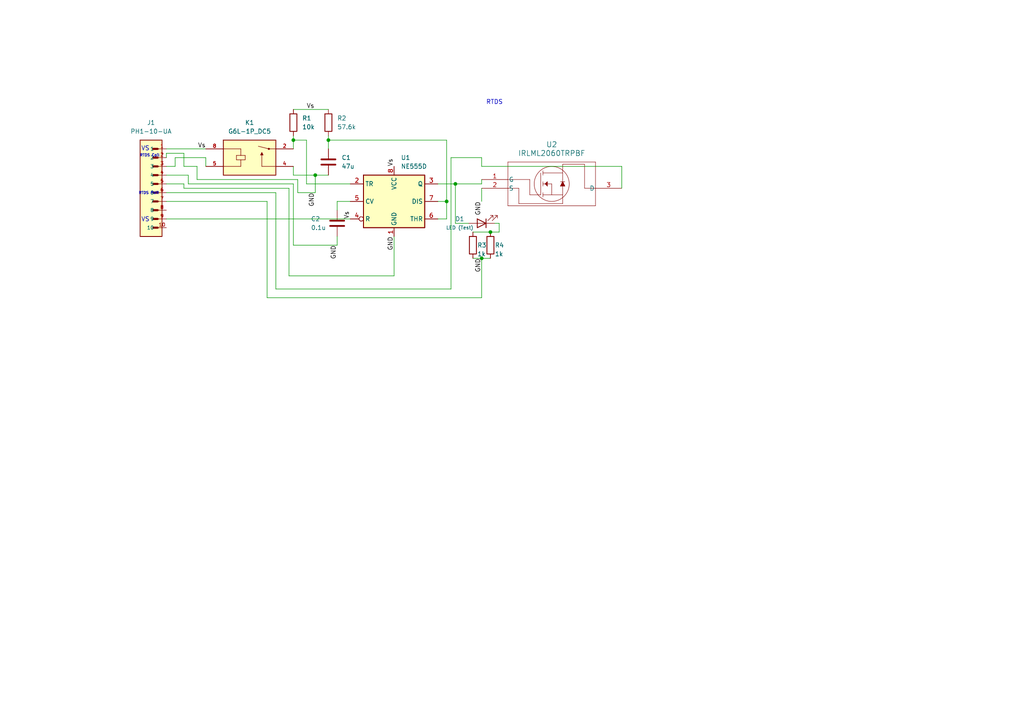
<source format=kicad_sch>
(kicad_sch (version 20231120) (generator "eeschema") (generator_version "8.0")
  (paper "A4")
  (lib_symbols
    (symbol "10 pin output:PH1-10-UA" (pin_names (offset 1.016))
      (property "Reference" "J" (at 0 28.448 0))
      (property "Value" "PH1-10-UA" (at 0 0 0))
      (symbol "PH1-10-UA_0_0"
        (polyline (pts (xy 3.81 2.54) (xy 5.08 2.54)) (stroke (width 0.6096)))
        (polyline (pts (xy 3.81 5.08) (xy 5.08 5.08)) (stroke (width 0.6096)))
        (polyline (pts (xy 3.81 7.62) (xy 5.08 7.62)) (stroke (width 0.6096)))
        (polyline (pts (xy 3.81 10.16) (xy 5.08 10.16)) (stroke (width 0.6096)))
        (polyline (pts (xy 3.81 12.7) (xy 5.08 12.7)) (stroke (width 0.6096)))
        (polyline (pts (xy 3.81 15.24) (xy 5.08 15.24)) (stroke (width 0.6096)))
        (polyline (pts (xy 3.81 17.78) (xy 5.08 17.78)) (stroke (width 0.6096)))
        (polyline (pts (xy 3.81 20.32) (xy 5.08 20.32)) (stroke (width 0.6096)))
        (polyline (pts (xy 3.81 22.86) (xy 5.08 22.86)) (stroke (width 0.6096)))
        (polyline (pts (xy 3.81 25.4) (xy 5.08 25.4)) (stroke (width 0.6096)))
        (rectangle (start 0 0) (end 6.35 27.94) (stroke (width 0.254)) (fill (type background)))
        (pin passive line (at 7.62 25.4 180) (length 2.54) (name "1") (number "1"))
        (pin passive line (at 7.62 2.54 180) (length 2.54) (name "10") (number "10"))
        (pin passive line (at 7.62 22.86 180) (length 2.54) (name "2") (number "2"))
        (pin passive line (at 7.62 20.32 180) (length 2.54) (name "3") (number "3"))
        (pin passive line (at 7.62 17.78 180) (length 2.54) (name "4") (number "4"))
        (pin passive line (at 7.62 15.24 180) (length 2.54) (name "5") (number "5"))
        (pin passive line (at 7.62 12.7 180) (length 2.54) (name "6") (number "6"))
        (pin passive line (at 7.62 10.16 180) (length 2.54) (name "7") (number "7"))
        (pin passive line (at 7.62 7.62 180) (length 2.54) (name "8") (number "8"))
        (pin passive line (at 7.62 5.08 180) (length 2.54) (name "9") (number "9"))
      )
    )
    (symbol "Device:C" (pin_numbers hide) (pin_names (offset 0.254))
      (property "Reference" "C" (at 0.635 2.54 0))
      (property "Value" "C" (at 0.635 -2.54 0))
      (symbol "C_0_1"
        (polyline (pts (xy -2.032 -0.762) (xy 2.032 -0.762)) (stroke (width 0.508)))
        (polyline (pts (xy -2.032 0.762) (xy 2.032 0.762)) (stroke (width 0.508)))
      )
      (symbol "C_1_1"
        (pin passive line (at 0 3.81 270) (length 2.794) (name "~") (number "1"))
        (pin passive line (at 0 -3.81 90) (length 2.794) (name "~") (number "2"))
      )
    )
    (symbol "Device:LED" (pin_numbers hide) (pin_names (offset 1.016) hide)
      (property "Reference" "D" (at 0 2.54 0))
      (property "Value" "LED" (at 0 -2.54 0))
      (symbol "LED_0_1"
        (polyline (pts (xy -1.27 -1.27) (xy -1.27 1.27)) (stroke (width 0.254)))
        (polyline (pts (xy -1.27 0) (xy 1.27 0)))
        (polyline (pts (xy 1.27 -1.27) (xy 1.27 1.27) (xy -1.27 0) (xy 1.27 -1.27)) (stroke (width 0.254)))
        (polyline (pts (xy -3.048 -0.762) (xy -4.572 -2.286) (xy -3.81 -2.286) (xy -4.572 -2.286) (xy -4.572 -1.524)))
        (polyline (pts (xy -1.778 -0.762) (xy -3.302 -2.286) (xy -2.54 -2.286) (xy -3.302 -2.286) (xy -3.302 -1.524)))
      )
      (symbol "LED_1_1"
        (pin passive line (at -3.81 0 0) (length 2.54) (name "K") (number "1"))
        (pin passive line (at 3.81 0 180) (length 2.54) (name "A") (number "2"))
      )
    )
    (symbol "Device:R" (pin_numbers hide) (pin_names (offset 0))
      (property "Reference" "R" (at 2.032 0 90))
      (property "Value" "R" (at 0 0 90))
      (symbol "R_0_1"
        (rectangle (start -1.016 -2.54) (end 1.016 2.54) (stroke (width 0.254)))
      )
      (symbol "R_1_1"
        (pin passive line (at 0 3.81 270) (length 1.27) (name "~") (number "1"))
        (pin passive line (at 0 -3.81 90) (length 1.27) (name "~") (number "2"))
      )
    )
    (symbol "IRLML2060TRPBF:IRLML2060TRPBF" (pin_names (offset 0.254))
      (property "Reference" "U" (at 20.32 10.16 0))
      (property "Value" "IRLML2060TRPBF" (at 20.32 7.62 0))
      (symbol "IRLML2060TRPBF_0_1"
        (polyline (pts (xy 7.62 -7.62) (xy 33.02 -7.62)) (stroke (width 0.127)))
        (polyline (pts (xy 7.62 -2.54) (xy 10.795 -2.54)) (stroke (width 0.127)))
        (polyline (pts (xy 7.62 5.08) (xy 7.62 -7.62)) (stroke (width 0.127)))
        (polyline (pts (xy 10.795 -6.985) (xy 23.495 -6.985)) (stroke (width 0.127)))
        (polyline (pts (xy 10.795 -2.54) (xy 10.795 -6.985)) (stroke (width 0.127)))
        (polyline (pts (xy 13.97 -4.445) (xy 13.97 0)) (stroke (width 0.127)))
        (polyline (pts (xy 13.97 0) (xy 7.62 0)) (stroke (width 0.127)))
        (polyline (pts (xy 17.145 -4.445) (xy 13.97 -4.445)) (stroke (width 0.127)))
        (polyline (pts (xy 17.145 1.905) (xy 17.145 -4.445)) (stroke (width 0.127)))
        (polyline (pts (xy 17.78 -5.08) (xy 17.78 -3.81)) (stroke (width 0.127)))
        (polyline (pts (xy 17.78 -4.445) (xy 23.495 -4.445)) (stroke (width 0.127)))
        (polyline (pts (xy 17.78 -1.27) (xy 20.32 -1.27)) (stroke (width 0.127)))
        (polyline (pts (xy 17.78 -0.635) (xy 17.78 -1.905)) (stroke (width 0.127)))
        (polyline (pts (xy 17.78 1.905) (xy 23.495 1.905)) (stroke (width 0.127)))
        (polyline (pts (xy 17.78 2.54) (xy 17.78 1.27)) (stroke (width 0.127)))
        (polyline (pts (xy 18.415 -1.27) (xy 19.05 -0.635)) (stroke (width 0.127)))
        (polyline (pts (xy 19.05 -1.905) (xy 18.415 -1.27)) (stroke (width 0.127)))
        (polyline (pts (xy 19.05 -0.635) (xy 19.05 -1.905)) (stroke (width 0.127)))
        (polyline (pts (xy 20.32 -4.445) (xy 20.32 -1.27)) (stroke (width 0.127)))
        (polyline (pts (xy 22.86 -1.905) (xy 23.495 -0.635)) (stroke (width 0.127)))
        (polyline (pts (xy 22.86 -1.905) (xy 24.13 -1.905)) (stroke (width 0.127)))
        (polyline (pts (xy 22.86 -0.635) (xy 24.13 -0.635)) (stroke (width 0.127)))
        (polyline (pts (xy 23.495 -6.985) (xy 23.495 4.445)) (stroke (width 0.127)))
        (polyline (pts (xy 23.495 -0.635) (xy 24.13 -1.905)) (stroke (width 0.127)))
        (polyline (pts (xy 23.495 4.445) (xy 29.845 4.445)) (stroke (width 0.127)))
        (polyline (pts (xy 29.845 -2.54) (xy 33.02 -2.54)) (stroke (width 0.127)))
        (polyline (pts (xy 29.845 4.445) (xy 29.845 -2.54)) (stroke (width 0.127)))
        (polyline (pts (xy 33.02 -7.62) (xy 33.02 5.08)) (stroke (width 0.127)))
        (polyline (pts (xy 33.02 5.08) (xy 7.62 5.08)) (stroke (width 0.127)))
        (polyline (pts (xy 18.415 -1.27) (xy 19.05 -0.635) (xy 19.05 -1.905)) (fill (type outline)))
        (polyline (pts (xy 22.86 -1.905) (xy 23.495 -0.635) (xy 24.13 -1.905)) (fill (type outline)))
        (circle (center 20.32 -1.27) (radius 5.08) (stroke (width 0.127)))
        (pin unspecified line (at 0 0 0) (length 7.62) (name "G") (number "1"))
        (pin unspecified line (at 0 -2.54 0) (length 7.62) (name "S") (number "2"))
        (pin unspecified line (at 40.64 -2.54 180) (length 7.62) (name "D") (number "3"))
      )
    )
    (symbol "Relay:G6L-1P_DC5" (pin_names (offset 1.016))
      (property "Reference" "K" (at -7.62 6.35 0))
      (property "Value" "G6L-1P_DC5" (at -7.62 -7.62 0))
      (symbol "G6L-1P_DC5_0_0"
        (rectangle (start -7.62 -5.08) (end 7.62 5.08) (stroke (width 0.254)) (fill (type background)))
        (polyline (pts (xy -7.62 -2.54) (xy -2.54 -2.54)) (stroke (width 0.1524)))
        (polyline (pts (xy -7.62 2.54) (xy -2.54 2.54)) (stroke (width 0.1524)))
        (polyline (pts (xy -3.81 -0.635) (xy -3.81 0.635)) (stroke (width 0.1524)))
        (polyline (pts (xy -3.81 0.635) (xy -2.54 0.635)) (stroke (width 0.1524)))
        (polyline (pts (xy -2.54 -0.635) (xy -3.81 -0.635)) (stroke (width 0.1524)))
        (polyline (pts (xy -2.54 -0.635) (xy -2.54 -2.54)) (stroke (width 0.1524)))
        (polyline (pts (xy -2.54 0.635) (xy -1.27 0.635)) (stroke (width 0.1524)))
        (polyline (pts (xy -2.54 2.54) (xy -2.54 0.635)) (stroke (width 0.1524)))
        (polyline (pts (xy -1.27 -0.635) (xy -2.54 -0.635)) (stroke (width 0.1524)))
        (polyline (pts (xy -1.27 0.635) (xy -1.27 -0.635)) (stroke (width 0.1524)))
        (polyline (pts (xy 3.556 -2.54) (xy 3.556 0.762)) (stroke (width 0.1524)))
        (polyline (pts (xy 5.588 2.54) (xy 2.54 3.302)) (stroke (width 0.1524)))
        (polyline (pts (xy 7.62 -2.54) (xy 3.556 -2.54)) (stroke (width 0.1524)))
        (polyline (pts (xy 7.62 2.54) (xy 5.588 2.54)) (stroke (width 0.1524)))
        (polyline (pts (xy 3.175 0.762) (xy 3.937 0.762) (xy 3.556 1.524) (xy 3.175 0.762)) (stroke (width 0.1524)) (fill (type outline)))
        (circle (center 5.588 2.54) (radius 0.1524) (stroke (width 0.3048)))
        (pin passive line (at 12.7 2.54 180) (length 5.08) (name "~") (number "2"))
        (pin passive line (at 12.7 -2.54 180) (length 5.08) (name "~") (number "4"))
        (pin passive line (at -12.7 -2.54 0) (length 5.08) (name "~") (number "5"))
        (pin passive line (at -12.7 2.54 0) (length 5.08) (name "~") (number "8"))
      )
    )
    (symbol "Timer:NE555D"
      (property "Reference" "U" (at -10.16 8.89 0))
      (property "Value" "NE555D" (at 2.54 8.89 0))
      (symbol "NE555D_0_0"
        (pin power_in line (at 0 -10.16 90) (length 2.54) (name "GND") (number "1"))
        (pin power_in line (at 0 10.16 270) (length 2.54) (name "VCC") (number "8"))
      )
      (symbol "NE555D_0_1"
        (rectangle (start -8.89 -7.62) (end 8.89 7.62) (stroke (width 0.254)) (fill (type background)))
        (rectangle (start -8.89 -7.62) (end 8.89 7.62) (stroke (width 0.254)) (fill (type background)))
      )
      (symbol "NE555D_1_1"
        (pin input line (at -12.7 5.08 0) (length 3.81) (name "TR") (number "2"))
        (pin output line (at 12.7 5.08 180) (length 3.81) (name "Q") (number "3"))
        (pin input inverted (at -12.7 -5.08 0) (length 3.81) (name "R") (number "4"))
        (pin input line (at -12.7 0 0) (length 3.81) (name "CV") (number "5"))
        (pin input line (at 12.7 -5.08 180) (length 3.81) (name "THR") (number "6"))
        (pin input line (at 12.7 0 180) (length 3.81) (name "DIS") (number "7"))
      )
    )
  )
  (junction (at 132.08 53.34))
  (junction (at 85.09 40.64))
  (junction (at 129.54 58.42))
  (junction (at 95.25 40.64))
  (junction (at 91.44 50.8))
  (junction (at 142.24 67.31))
  (junction (at 139.7 74.93))
  (wire (pts (xy 59.69 45.72) (xy 59.69 48.26)))
  (wire (pts (xy 97.79 71.12) (xy 85.09 71.12)))
  (wire (pts (xy 132.08 53.34) (xy 132.08 64.77)))
  (wire (pts (xy 48.26 43.18) (xy 59.69 43.18)))
  (wire (pts (xy 139.7 86.36) (xy 77.47 86.36)))
  (wire (pts (xy 130.81 45.72) (xy 130.81 83.82)))
  (wire (pts (xy 101.6 53.34) (xy 88.9 53.34)))
  (wire (pts (xy 85.09 50.8) (xy 85.09 48.26)))
  (wire (pts (xy 54.61 53.34) (xy 85.09 53.34)))
  (wire (pts (xy 50.8 48.26) (xy 48.26 48.26)))
  (wire (pts (xy 139.7 48.26) (xy 139.7 45.72)))
  (wire (pts (xy 85.09 50.8) (xy 91.44 50.8)))
  (wire (pts (xy 91.44 55.88) (xy 91.44 50.8)))
  (wire (pts (xy 48.26 53.34) (xy 53.34 53.34)))
  (wire (pts (xy 53.34 54.61) (xy 53.34 53.34)))
  (wire (pts (xy 137.16 74.93) (xy 139.7 74.93)))
  (wire (pts (xy 132.08 64.77) (xy 135.89 64.77)))
  (wire (pts (xy 85.09 39.37) (xy 85.09 40.64)))
  (wire (pts (xy 57.15 52.07) (xy 86.36 52.07)))
  (wire (pts (xy 137.16 67.31) (xy 142.24 67.31)))
  (wire (pts (xy 139.7 74.93) (xy 142.24 74.93)))
  (wire (pts (xy 127 53.34) (xy 132.08 53.34)))
  (wire (pts (xy 85.09 40.64) (xy 88.9 40.64)))
  (wire (pts (xy 88.9 53.34) (xy 88.9 40.64)))
  (wire (pts (xy 143.51 64.77) (xy 144.78 64.77)))
  (wire (pts (xy 85.09 40.64) (xy 85.09 43.18)))
  (wire (pts (xy 114.3 80.01) (xy 83.82 80.01)))
  (wire (pts (xy 142.24 67.31) (xy 144.78 67.31)))
  (wire (pts (xy 127 63.5) (xy 129.54 63.5)))
  (wire (pts (xy 129.54 58.42) (xy 129.54 40.64)))
  (wire (pts (xy 95.25 40.64) (xy 95.25 43.18)))
  (wire (pts (xy 48.26 50.8) (xy 54.61 50.8)))
  (wire (pts (xy 180.34 48.26) (xy 180.34 54.61)))
  (wire (pts (xy 86.36 55.88) (xy 91.44 55.88)))
  (wire (pts (xy 139.7 45.72) (xy 130.81 45.72)))
  (wire (pts (xy 54.61 53.34) (xy 54.61 50.8)))
  (wire (pts (xy 59.69 45.72) (xy 50.8 45.72)))
  (wire (pts (xy 80.01 83.82) (xy 80.01 55.88)))
  (wire (pts (xy 85.09 31.75) (xy 95.25 31.75)))
  (wire (pts (xy 95.25 40.64) (xy 129.54 40.64)))
  (wire (pts (xy 139.7 48.26) (xy 180.34 48.26)))
  (wire (pts (xy 86.36 52.07) (xy 86.36 55.88)))
  (wire (pts (xy 132.08 53.34) (xy 139.7 53.34)))
  (wire (pts (xy 83.82 80.01) (xy 83.82 54.61)))
  (wire (pts (xy 91.44 50.8) (xy 95.25 50.8)))
  (wire (pts (xy 50.8 45.72) (xy 50.8 48.26)))
  (wire (pts (xy 48.26 63.5) (xy 101.6 63.5)))
  (wire (pts (xy 48.26 55.88) (xy 80.01 55.88)))
  (wire (pts (xy 97.79 58.42) (xy 97.79 60.96)))
  (wire (pts (xy 57.15 48.26) (xy 57.15 52.07)))
  (wire (pts (xy 97.79 68.58) (xy 97.79 71.12)))
  (wire (pts (xy 139.7 74.93) (xy 139.7 86.36)))
  (wire (pts (xy 48.26 44.45) (xy 48.26 45.72)))
  (wire (pts (xy 83.82 54.61) (xy 53.34 54.61)))
  (wire (pts (xy 95.25 39.37) (xy 95.25 40.64)))
  (wire (pts (xy 53.34 48.26) (xy 53.34 44.45)))
  (wire (pts (xy 139.7 54.61) (xy 139.7 58.42)))
  (wire (pts (xy 77.47 86.36) (xy 77.47 58.42)))
  (wire (pts (xy 57.15 48.26) (xy 53.34 48.26)))
  (wire (pts (xy 114.3 68.58) (xy 114.3 80.01)))
  (wire (pts (xy 139.7 53.34) (xy 139.7 52.07)))
  (wire (pts (xy 77.47 58.42) (xy 48.26 58.42)))
  (wire (pts (xy 130.81 83.82) (xy 80.01 83.82)))
  (wire (pts (xy 144.78 64.77) (xy 144.78 67.31)))
  (wire (pts (xy 129.54 58.42) (xy 129.54 63.5)))
  (wire (pts (xy 97.79 58.42) (xy 101.6 58.42)))
  (wire (pts (xy 127 58.42) (xy 129.54 58.42)))
  (wire (pts (xy 53.34 44.45) (xy 48.26 44.45)))
  (wire (pts (xy 85.09 71.12) (xy 85.09 53.34)))
  (text "VS" (at 42.164 63.754 0) (effects (font (size 1.27 1.27))))
  (text "RTDS PWR" (at 43.18 56.134 0) (effects (font (size 0.762 0.762))))
  (text "RTDS Coil" (at 43.434 45.212 0) (effects (font (size 0.762 0.762))))
  (text "VS" (at 42.164 43.18 0) (effects (font (size 1.27 1.27))))
  (text "RTDS" (at 140.97 30.48 0) (effects (font (size 1.27 1.27)) (justify left bottom)))
  (label "GND" (at 139.7 58.42 270))
  (label "GND" (at 91.44 55.88 270))
  (label "Vs" (at 59.69 43.18 180))
  (label "GND" (at 139.7 74.93 270))
  (label "Vs" (at 114.3 48.26 90))
  (label "GND" (at 97.79 71.12 270))
  (label "Vs" (at 101.6 63.5 90))
  (label "GND" (at 114.3 68.58 270))
  (label "Vs" (at 88.9 31.75 0))
  (symbol (lib_id "IRLML2060TRPBF:IRLML2060TRPBF") (at 139.7 52.07 0) (unit 1)
    (property "Reference" "U2" (at 160.02 41.91 0) (effects (font (size 1.524 1.524))))
    (property "Value" "IRLML2060TRPBF" (at 160.02 44.45 0) (effects (font (size 1.524 1.524))))
    (property "Footprint" "SOT23_INF" (effects (hide yes)))
    (property "Datasheet" "IRLML2060TRPBF" (effects (hide yes)))
  )
  (symbol (lib_id "Device:R") (at 95.25 35.56 0) (unit 1)
    (property "Reference" "R2" (at 97.79 34.29 0) (effects (justify left)))
    (property "Value" "57.6k" (at 97.79 36.83 0) (effects (justify left)))
    (property "Footprint" "57.6 RTDS Resistor:RES_ERJ1GNF5762C" (effects (hide yes)))
  )
  (symbol (lib_id "Device:LED") (at 139.7 64.77 180) (unit 1)
    (property "Reference" "D1" (at 133.35 63.5 0))
    (property "Value" "LED (Test)" (at 133.35 66.04 0) (effects (font (size 1 1))))
    (property "Footprint" "Yellow RTDS LED:LED_AP3216SYD_KNB" (effects (hide yes)))
  )
  (symbol (lib_id "Device:C") (at 97.79 64.77 0) (unit 1)
    (property "Reference" "C2" (at 90.17 63.5 0) (effects (justify left)))
    (property "Value" "0.1u" (at 90.17 66.04 0) (effects (justify left)))
    (property "Footprint" "Capacitor 0.1u:CAP_CL31_SAM" (effects (hide yes)))
  )
  (symbol (lib_id "Device:R") (at 85.09 35.56 0) (unit 1)
    (property "Reference" "R1" (at 87.63 34.29 0) (effects (justify left)))
    (property "Value" "10k" (at 87.63 36.83 0) (effects (justify left)))
    (property "Footprint" "10K RTDS Resistor:RESC0603X26N" (effects (hide yes)))
  )
  (symbol (lib_id "Device:R") (at 142.24 71.12 0) (unit 1)
    (property "Reference" "R4" (at 143.51 71.12 0) (effects (justify left)))
    (property "Value" "1k" (at 143.51 73.66 0) (effects (justify left)))
    (property "Footprint" "1k Resistor:STA_RMCF0603_STP-L" (effects (hide yes)))
  )
  (symbol (lib_id "Relay:G6L-1P_DC5") (at 72.39 45.72 0) (unit 1)
    (property "Reference" "K1" (at 72.39 35.56 0))
    (property "Value" "G6L-1P_DC5" (at 72.39 38.1 0))
    (property "Footprint" "RTDS Relay:RELAY_G6L-1P_DC5" (effects (hide yes)))
    (property "MF" "Omron Electronics" (effects (hide yes)))
    (property "DESCRIPTION" "Telecom Relay SPST-NO (1 Form A) Through Hole" (effects (hide yes)))
    (property "PACKAGE" "None" (effects (hide yes)))
    (property "PRICE" "None" (effects (hide yes)))
    (property "MP" "G6L-1P-DC24" (effects (hide yes)))
    (property "AVAILABILITY" "Unavailable" (effects (hide yes)))
  )
  (symbol (lib_id "Device:R") (at 137.16 71.12 0) (unit 1)
    (property "Reference" "R3" (at 138.43 71.12 0) (effects (justify left)))
    (property "Value" "1k" (at 138.43 73.66 0) (effects (justify left)))
    (property "Footprint" "1k Resistor:STA_RMCF0603_STP-L" (effects (hide yes)))
  )
  (symbol (lib_id "Timer:NE555D") (at 114.3 58.42 0) (unit 1)
    (property "Reference" "U1" (at 116.2559 45.72 0) (effects (justify left)))
    (property "Value" "NE555D" (at 116.2559 48.26 0) (effects (justify left)))
    (property "Footprint" "Package_SO:SOIC-8_3.9x4.9mm_P1.27mm" (effects (hide yes)))
    (property "Datasheet" "http://www.ti.com/lit/ds/symlink/ne555.pdf" (effects (hide yes)))
  )
  (symbol (lib_id "10 pin output:PH1-10-UA") (at 40.64 68.58 0) (unit 1)
    (property "Reference" "J1" (at 43.815 35.56 0))
    (property "Value" "PH1-10-UA" (at 43.815 38.1 0))
    (property "Footprint" "10 pin output:1X10-2.54MM-THT" (effects (hide yes)))
    (property "MF" "Adam Tech" (effects (hide yes)))
    (property "Description_1" "\n                        \n                            Connector Header Through Hole 10 position 0.100 (2.54mm)\n                        \n" (effects (hide yes)))
    (property "Package" "None" (effects (hide yes)))
    (property "Price" "None" (effects (hide yes)))
    (property "SnapEDA_Link" "https://www.snapeda.com/parts/PH1-10-UA/Adam+Tech/view-part/?ref=snap" (effects (hide yes)))
    (property "MP" "PH1-10-UA" (effects (hide yes)))
    (property "Availability" "In Stock" (effects (hide yes)))
    (property "Check_prices" "https://www.snapeda.com/parts/PH1-10-UA/Adam+Tech/view-part/?ref=eda" (effects (hide yes)))
  )
  (symbol (lib_id "Device:C") (at 95.25 46.99 0) (unit 1)
    (property "Reference" "C1" (at 99.06 45.72 0) (effects (justify left)))
    (property "Value" "47u" (at 99.06 48.26 0) (effects (justify left)))
    (property "Footprint" "Capacitor 47u:CAP_CL32_SAM" (effects (hide yes)))
  )
)
</source>
